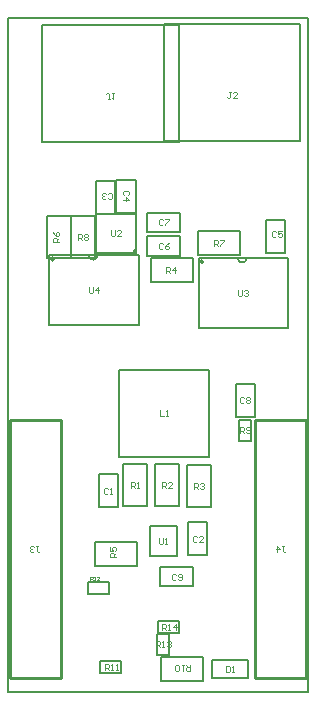
<source format=gto>
G04*
G04 #@! TF.GenerationSoftware,Altium Limited,Altium Designer,18.1.5 (160)*
G04*
G04 Layer_Color=65535*
%FSLAX25Y25*%
%MOIN*%
G70*
G01*
G75*
%ADD10C,0.00787*%
%ADD11C,0.00591*%
%ADD12C,0.00197*%
%ADD13C,0.00394*%
%ADD14C,0.00500*%
%ADD15C,0.01079*%
%ADD16C,0.00300*%
D10*
X76326Y-80186D02*
G03*
X79104Y-80196I1390J387D01*
G01*
X26563Y-79225D02*
G03*
X29340Y-79235I1390J387D01*
G01*
D11*
X64823Y-80980D02*
G03*
X64823Y-80980I-591J0D01*
G01*
X15059Y-80020D02*
G03*
X15059Y-80020I-591J0D01*
G01*
D12*
X47565Y-178669D02*
G03*
X47565Y-178669I-197J0D01*
G01*
D13*
X42096Y-77362D02*
G03*
X42096Y-77362I-394J0D01*
G01*
D14*
X33421Y-191665D02*
Y-187665D01*
X26421D02*
X33421D01*
X26421Y-191665D02*
Y-187665D01*
Y-191665D02*
X33421D01*
X63150Y-79799D02*
X93071D01*
Y-102929D02*
Y-79799D01*
X63150Y-102929D02*
X93071D01*
X63150D02*
Y-79799D01*
X37161Y-217945D02*
Y-213945D01*
X30161D02*
X37161D01*
X30161Y-217945D02*
Y-213945D01*
Y-217945D02*
X37161D01*
X85457Y-67094D02*
X91854D01*
Y-78118D02*
Y-67094D01*
X85457Y-78118D02*
X91854D01*
X85457D02*
Y-67094D01*
X29921Y-162795D02*
X36319D01*
X29921D02*
Y-151772D01*
X36319D01*
Y-162795D02*
Y-151772D01*
X59646Y-178839D02*
X66043D01*
X59646D02*
Y-167815D01*
X66043D01*
Y-178839D02*
Y-167815D01*
X42630Y-182346D02*
Y-174346D01*
X28630D02*
X42630D01*
X28630Y-182346D02*
Y-174346D01*
Y-182346D02*
X42630D01*
X12634Y-79894D02*
X20634D01*
Y-65894D01*
X12634D02*
X20634D01*
X12634Y-79894D02*
Y-65894D01*
X35728Y-64764D02*
X42126D01*
X35728D02*
Y-53740D01*
X42126D01*
Y-64764D02*
Y-53740D01*
X67705Y-213606D02*
X79705D01*
Y-219606D02*
Y-213606D01*
X67705Y-219606D02*
X79705D01*
X67705D02*
Y-213606D01*
X64705Y-220606D02*
Y-212606D01*
X50705D02*
X64705D01*
X50705Y-220606D02*
Y-212606D01*
Y-220606D02*
X64705D01*
X29035Y-64961D02*
X35433D01*
X29035D02*
Y-53937D01*
X35433D01*
Y-64961D02*
Y-53937D01*
X49378Y-211965D02*
Y-204965D01*
X53378D01*
Y-211965D02*
Y-204965D01*
X49378Y-211965D02*
X53378D01*
X49748Y-200606D02*
X56748D01*
Y-204606D02*
Y-200606D01*
X49748Y-204606D02*
X56748D01*
X49748D02*
Y-200606D01*
X36744Y-146016D02*
Y-117055D01*
X66665Y-146016D02*
Y-117055D01*
X36744D02*
X66665D01*
X36744Y-146016D02*
X66665D01*
X46829Y-179181D02*
Y-169043D01*
Y-179181D02*
X55982D01*
X46829Y-169043D02*
X55982D01*
Y-179181D02*
Y-169043D01*
X37810Y-162543D02*
X45810D01*
Y-148543D01*
X37810D02*
X45810D01*
X37810Y-162543D02*
Y-148543D01*
X11012Y-1980D02*
X56512D01*
Y-40980D02*
Y-1980D01*
X11012Y-40980D02*
Y-1980D01*
Y-40980D02*
X56512D01*
X51441Y-1882D02*
X96941D01*
X51441Y-40882D02*
Y-1882D01*
X96941Y-40882D02*
Y-1882D01*
X51441Y-40882D02*
X96941D01*
X48705Y-148543D02*
X56705D01*
X48705Y-162543D02*
Y-148543D01*
Y-162543D02*
X56705D01*
Y-148543D01*
X29006Y-78051D02*
Y-65158D01*
Y-78051D02*
X42392D01*
X29006Y-65158D02*
X42392D01*
Y-78051D02*
Y-65158D01*
X59299Y-148701D02*
X67299D01*
X59299Y-162701D02*
Y-148701D01*
Y-162701D02*
X67299D01*
Y-148701D01*
X47134Y-87858D02*
Y-79858D01*
Y-87858D02*
X61134D01*
Y-79858D01*
X47134D02*
X61134D01*
X13386Y-101969D02*
Y-78839D01*
Y-101969D02*
X43307D01*
Y-78839D01*
X13386D02*
X43307D01*
X62980Y-78803D02*
Y-70803D01*
Y-78803D02*
X76980D01*
Y-70803D01*
X62980D02*
X76980D01*
X56988Y-78953D02*
Y-72555D01*
X45965Y-78953D02*
X56988D01*
X45965D02*
Y-72555D01*
X56988D01*
X57087Y-70965D02*
Y-64567D01*
X46063Y-70965D02*
X57087D01*
X46063D02*
Y-64567D01*
X57087D01*
X20556Y-65807D02*
X28556D01*
X20556Y-79807D02*
Y-65807D01*
Y-79807D02*
X28556D01*
Y-65807D01*
X80543Y-140606D02*
Y-133606D01*
X76543Y-140606D02*
X80543D01*
X76543D02*
Y-133606D01*
X80543D01*
X75555Y-132709D02*
X81953D01*
X75555D02*
Y-121685D01*
X81953D01*
Y-132709D02*
Y-121685D01*
X50295Y-189173D02*
Y-182776D01*
X61319D01*
Y-189173D02*
Y-182776D01*
X50295Y-189173D02*
X61319D01*
X-295Y-224508D02*
X99705D01*
Y394D01*
X-295D02*
X99705D01*
X-295Y-224508D02*
Y394D01*
D15*
X81953Y-133811D02*
X98953D01*
Y-219811D02*
Y-133811D01*
X81953Y-219811D02*
X98953D01*
X81953D02*
Y-133811D01*
X244Y-133606D02*
X17244D01*
Y-219606D02*
Y-133606D01*
X244Y-219606D02*
X17244D01*
X244D02*
Y-133606D01*
D16*
X27067Y-187106D02*
Y-185926D01*
X27657D01*
X27854Y-186122D01*
Y-186516D01*
X27657Y-186713D01*
X27067D01*
X27461D02*
X27854Y-187106D01*
X28248D02*
X28641D01*
X28444D01*
Y-185926D01*
X28248Y-186122D01*
X30019Y-187106D02*
X29232D01*
X30019Y-186319D01*
Y-186122D01*
X29822Y-185926D01*
X29428D01*
X29232Y-186122D01*
X76410Y-90412D02*
Y-92079D01*
X76744Y-92412D01*
X77410D01*
X77743Y-92079D01*
Y-90412D01*
X78410Y-90746D02*
X78743Y-90412D01*
X79409D01*
X79742Y-90746D01*
Y-91079D01*
X79409Y-91412D01*
X79076D01*
X79409D01*
X79742Y-91745D01*
Y-92079D01*
X79409Y-92412D01*
X78743D01*
X78410Y-92079D01*
X50405Y-130507D02*
Y-132506D01*
X51738D01*
X52404D02*
X53070D01*
X52737D01*
Y-130507D01*
X52404Y-130840D01*
X26647Y-89452D02*
Y-91118D01*
X26980Y-91451D01*
X27646D01*
X27979Y-91118D01*
Y-89452D01*
X29645Y-91451D02*
Y-89452D01*
X28646Y-90452D01*
X29979D01*
X34002Y-70556D02*
Y-72222D01*
X34335Y-72555D01*
X35002D01*
X35335Y-72222D01*
Y-70556D01*
X37334Y-72555D02*
X36001D01*
X37334Y-71222D01*
Y-70889D01*
X37001Y-70556D01*
X36335D01*
X36001Y-70889D01*
X50050Y-173063D02*
Y-174730D01*
X50383Y-175063D01*
X51050D01*
X51383Y-174730D01*
Y-173063D01*
X52049Y-175063D02*
X52716D01*
X52382D01*
Y-173063D01*
X52049Y-173397D01*
X50776Y-203606D02*
Y-201607D01*
X51776D01*
X52109Y-201940D01*
Y-202607D01*
X51776Y-202940D01*
X50776D01*
X51443D02*
X52109Y-203606D01*
X52776D02*
X53442D01*
X53109D01*
Y-201607D01*
X52776Y-201940D01*
X55441Y-203606D02*
Y-201607D01*
X54442Y-202607D01*
X55775D01*
X48898Y-209454D02*
Y-207455D01*
X49898D01*
X50231Y-207788D01*
Y-208455D01*
X49898Y-208788D01*
X48898D01*
X49565D02*
X50231Y-209454D01*
X50898D02*
X51564D01*
X51231D01*
Y-207455D01*
X50898Y-207788D01*
X52564D02*
X52897Y-207455D01*
X53564D01*
X53897Y-207788D01*
Y-208121D01*
X53564Y-208455D01*
X53230D01*
X53564D01*
X53897Y-208788D01*
Y-209121D01*
X53564Y-209454D01*
X52897D01*
X52564Y-209121D01*
X31839Y-216945D02*
Y-214946D01*
X32838D01*
X33171Y-215279D01*
Y-215945D01*
X32838Y-216278D01*
X31839D01*
X32505D02*
X33171Y-216945D01*
X33838D02*
X34504D01*
X34171D01*
Y-214946D01*
X33838Y-215279D01*
X35504Y-216945D02*
X36171D01*
X35837D01*
Y-214946D01*
X35504Y-215279D01*
X60110Y-215512D02*
Y-217511D01*
X59111D01*
X58777Y-217178D01*
Y-216512D01*
X59111Y-216178D01*
X60110D01*
X59444D02*
X58777Y-215512D01*
X58111D02*
X57444D01*
X57778D01*
Y-217511D01*
X58111Y-217178D01*
X56445D02*
X56112Y-217511D01*
X55445D01*
X55112Y-217178D01*
Y-215845D01*
X55445Y-215512D01*
X56112D01*
X56445Y-215845D01*
Y-217178D01*
X76894Y-138073D02*
Y-136073D01*
X77893D01*
X78227Y-136406D01*
Y-137073D01*
X77893Y-137406D01*
X76894D01*
X77560D02*
X78227Y-138073D01*
X78893Y-137739D02*
X79226Y-138073D01*
X79893D01*
X80226Y-137739D01*
Y-136406D01*
X79893Y-136073D01*
X79226D01*
X78893Y-136406D01*
Y-136740D01*
X79226Y-137073D01*
X80226D01*
X22850Y-73807D02*
Y-71808D01*
X23850D01*
X24183Y-72141D01*
Y-72807D01*
X23850Y-73141D01*
X22850D01*
X23517D02*
X24183Y-73807D01*
X24850Y-72141D02*
X25183Y-71808D01*
X25849D01*
X26183Y-72141D01*
Y-72474D01*
X25849Y-72807D01*
X26183Y-73141D01*
Y-73474D01*
X25849Y-73807D01*
X25183D01*
X24850Y-73474D01*
Y-73141D01*
X25183Y-72807D01*
X24850Y-72474D01*
Y-72141D01*
X25183Y-72807D02*
X25849D01*
X68331Y-75803D02*
Y-73804D01*
X69330D01*
X69664Y-74137D01*
Y-74804D01*
X69330Y-75137D01*
X68331D01*
X68997D02*
X69664Y-75803D01*
X70330Y-73804D02*
X71663D01*
Y-74137D01*
X70330Y-75470D01*
Y-75803D01*
X16728Y-74299D02*
X14729D01*
Y-73299D01*
X15062Y-72966D01*
X15729D01*
X16062Y-73299D01*
Y-74299D01*
Y-73633D02*
X16728Y-72966D01*
X14729Y-70967D02*
X15062Y-71633D01*
X15729Y-72300D01*
X16395D01*
X16728Y-71967D01*
Y-71300D01*
X16395Y-70967D01*
X16062D01*
X15729Y-71300D01*
Y-72300D01*
X35693Y-179535D02*
X33694D01*
Y-178536D01*
X34027Y-178202D01*
X34693D01*
X35026Y-178536D01*
Y-179535D01*
Y-178869D02*
X35693Y-178202D01*
X33694Y-176203D02*
Y-177536D01*
X34693D01*
X34360Y-176870D01*
Y-176536D01*
X34693Y-176203D01*
X35360D01*
X35693Y-176536D01*
Y-177203D01*
X35360Y-177536D01*
X52434Y-84858D02*
Y-82859D01*
X53434D01*
X53767Y-83192D01*
Y-83859D01*
X53434Y-84192D01*
X52434D01*
X53100D02*
X53767Y-84858D01*
X55433D02*
Y-82859D01*
X54433Y-83859D01*
X55766D01*
X61605Y-156706D02*
Y-154707D01*
X62604D01*
X62938Y-155040D01*
Y-155707D01*
X62604Y-156040D01*
X61605D01*
X62271D02*
X62938Y-156706D01*
X63604Y-155040D02*
X63937Y-154707D01*
X64604D01*
X64937Y-155040D01*
Y-155373D01*
X64604Y-155707D01*
X64271D01*
X64604D01*
X64937Y-156040D01*
Y-156373D01*
X64604Y-156706D01*
X63937D01*
X63604Y-156373D01*
X51005Y-156506D02*
Y-154507D01*
X52004D01*
X52338Y-154840D01*
Y-155507D01*
X52004Y-155840D01*
X51005D01*
X51671D02*
X52338Y-156506D01*
X54337D02*
X53004D01*
X54337Y-155173D01*
Y-154840D01*
X54004Y-154507D01*
X53337D01*
X53004Y-154840D01*
X40505Y-156506D02*
Y-154507D01*
X41504D01*
X41838Y-154840D01*
Y-155507D01*
X41504Y-155840D01*
X40505D01*
X41171D02*
X41838Y-156506D01*
X42504D02*
X43170D01*
X42837D01*
Y-154507D01*
X42504Y-154840D01*
X90820Y-175812D02*
X91486D01*
X91153D01*
Y-177478D01*
X91486Y-177811D01*
X91820D01*
X92153Y-177478D01*
X89154Y-177811D02*
Y-175812D01*
X90153Y-176811D01*
X88820D01*
X9072Y-175607D02*
X9738D01*
X9405D01*
Y-177273D01*
X9738Y-177606D01*
X10071D01*
X10405Y-177273D01*
X8405Y-175940D02*
X8072Y-175607D01*
X7406D01*
X7073Y-175940D01*
Y-176273D01*
X7406Y-176607D01*
X7739D01*
X7406D01*
X7073Y-176940D01*
Y-177273D01*
X7406Y-177606D01*
X8072D01*
X8405Y-177273D01*
X73891Y-24545D02*
X73225D01*
X73558D01*
Y-26211D01*
X73225Y-26544D01*
X72891D01*
X72558Y-26211D01*
X75890Y-26544D02*
X74558D01*
X75890Y-25211D01*
Y-24878D01*
X75557Y-24545D01*
X74891D01*
X74558Y-24878D01*
X33766Y-26639D02*
X33099D01*
X33433D01*
Y-24973D01*
X33099Y-24639D01*
X32766D01*
X32433Y-24973D01*
X34432Y-24639D02*
X35099D01*
X34766D01*
Y-26639D01*
X34432Y-26305D01*
X72357Y-215607D02*
Y-217606D01*
X73356D01*
X73690Y-217273D01*
Y-215940D01*
X73356Y-215607D01*
X72357D01*
X74356Y-217606D02*
X75023D01*
X74689D01*
Y-215607D01*
X74356Y-215940D01*
X55487Y-185259D02*
X55154Y-184926D01*
X54488D01*
X54154Y-185259D01*
Y-186592D01*
X54488Y-186925D01*
X55154D01*
X55487Y-186592D01*
X56154D02*
X56487Y-186925D01*
X57153D01*
X57487Y-186592D01*
Y-185259D01*
X57153Y-184926D01*
X56487D01*
X56154Y-185259D01*
Y-185592D01*
X56487Y-185925D01*
X57487D01*
X78438Y-126531D02*
X78104Y-126198D01*
X77438D01*
X77105Y-126531D01*
Y-127864D01*
X77438Y-128197D01*
X78104D01*
X78438Y-127864D01*
X79104Y-126531D02*
X79437Y-126198D01*
X80104D01*
X80437Y-126531D01*
Y-126864D01*
X80104Y-127197D01*
X80437Y-127530D01*
Y-127864D01*
X80104Y-128197D01*
X79437D01*
X79104Y-127864D01*
Y-127530D01*
X79437Y-127197D01*
X79104Y-126864D01*
Y-126531D01*
X79437Y-127197D02*
X80104D01*
X51208Y-67143D02*
X50875Y-66810D01*
X50208D01*
X49875Y-67143D01*
Y-68476D01*
X50208Y-68809D01*
X50875D01*
X51208Y-68476D01*
X51874Y-66810D02*
X53207D01*
Y-67143D01*
X51874Y-68476D01*
Y-68809D01*
X51109Y-75137D02*
X50776Y-74804D01*
X50110D01*
X49776Y-75137D01*
Y-76470D01*
X50110Y-76803D01*
X50776D01*
X51109Y-76470D01*
X53109Y-74804D02*
X52442Y-75137D01*
X51776Y-75804D01*
Y-76470D01*
X52109Y-76803D01*
X52775D01*
X53109Y-76470D01*
Y-76137D01*
X52775Y-75804D01*
X51776D01*
X89038Y-70940D02*
X88704Y-70607D01*
X88038D01*
X87705Y-70940D01*
Y-72273D01*
X88038Y-72606D01*
X88704D01*
X89038Y-72273D01*
X91037Y-70607D02*
X89704D01*
Y-71607D01*
X90371Y-71273D01*
X90704D01*
X91037Y-71607D01*
Y-72273D01*
X90704Y-72606D01*
X90037D01*
X89704Y-72273D01*
X39450Y-58727D02*
X39783Y-58393D01*
Y-57727D01*
X39450Y-57394D01*
X38117D01*
X37784Y-57727D01*
Y-58393D01*
X38117Y-58727D01*
X37784Y-60393D02*
X39783D01*
X38783Y-59393D01*
Y-60726D01*
X32852Y-59627D02*
X33185Y-59960D01*
X33852D01*
X34185Y-59627D01*
Y-58294D01*
X33852Y-57961D01*
X33185D01*
X32852Y-58294D01*
X32186Y-59627D02*
X31852Y-59960D01*
X31186D01*
X30853Y-59627D01*
Y-59294D01*
X31186Y-58960D01*
X31519D01*
X31186D01*
X30853Y-58627D01*
Y-58294D01*
X31186Y-57961D01*
X31852D01*
X32186Y-58294D01*
X62528Y-172698D02*
X62195Y-172364D01*
X61528D01*
X61195Y-172698D01*
Y-174031D01*
X61528Y-174364D01*
X62195D01*
X62528Y-174031D01*
X64527Y-174364D02*
X63195D01*
X64527Y-173031D01*
Y-172698D01*
X64194Y-172364D01*
X63528D01*
X63195Y-172698D01*
X33079Y-156636D02*
X32746Y-156303D01*
X32080D01*
X31747Y-156636D01*
Y-157969D01*
X32080Y-158302D01*
X32746D01*
X33079Y-157969D01*
X33746Y-158302D02*
X34412D01*
X34079D01*
Y-156303D01*
X33746Y-156636D01*
M02*

</source>
